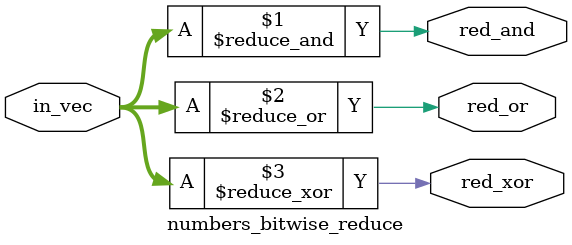
<source format=sv>


module numbers_bitwise_reduce (
    input  wire [7:0] in_vec,
    output wire       red_and,
    output wire       red_or,
    output wire       red_xor
);
    assign red_and = &in_vec;
    assign red_or  = |in_vec;
    assign red_xor = ^in_vec;
endmodule

</source>
